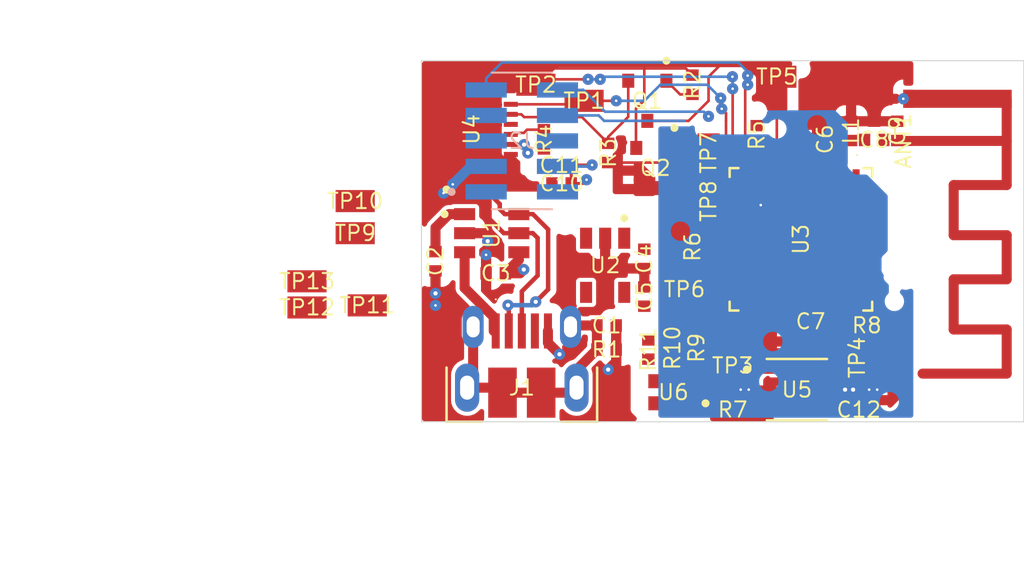
<source format=kicad_pcb>
(kicad_pcb (version 20211014) (generator pcbnew)
  (layers (0 "F.Cu" signal) (1 "In1.Cu" signal) (2 "In2.Cu" signal) (31 "B.Cu" signal) (34 "B.Paste" user) (35 "F.Paste" user) (36 "B.SilkS" user "B.Silkscreen") (37 "F.SilkS" user "F.Silkscreen") (38 "B.Mask" user) (39 "F.Mask" user) (44 "Edge.Cuts" user))
  (net 0 "")
  (net 1 "D+")
  (net 2 "PC-TX")
  (net 3 "H-I2C_sda")
  (net 4 "PC-SET")
  (net 5 "VBUS")
  (net 6 "ESP-TX")
  (net 7 "gnd")
  (net 8 "USB-N")
  (net 9 "P5V0")
  (net 10 "P3V3")
  (net 11 "PC-RX")
  (net 12 "H-I2C_scl")
  (net 13 "SHIELD")
  (net 14 "ID")
  (net 15 "PC-RESET")
  (net 16 "ESP-RX")
  (net 17 "b")
  (net 18 "TXD_SCI")
  (net 19 "pwm1_timer")
  (net 20 "c")
  (net 21 "l_b")
  (net 22 "launch")
  (net 23 "pwm0_timer")
  (net 24 "RTS_ECI")
  (net 25 "RTS_SCI")
  (net 26 "g")
  (net 27 "LNA-IN")
  (net 28 "nRST")
  (net 29 "DTR_ECI")
  (net 30 "EN")
  (net 31 "RXD_SCI")
  (net 32 "r")
  (net 33 "proc_q1_b")
  (net 34 "DTR_SCI")
  (net 35 "pwm2_timer")
  (footprint "ble-mote:rc_landpattern" (layer "F.Cu") (at 146.6 107.4)
    (fp_text reference "TP6")
    (fp_text value "")
  )
  (footprint "ble-mote:ipc_two_pin_landpattern" (layer "F.Cu") (at 144.8 110.4 -90)
    (fp_text reference "R11")
    (fp_text value "")
  )
  (footprint "ble-mote:ipc_two_pin_landpattern" (layer "F.Cu") (at 153.6 99.92 -90)
    (fp_text reference "C6")
    (fp_text value "")
  )
  (footprint "ble-mote:ipc_two_pin_landpattern" (layer "F.Cu") (at 146 110.32 -90)
    (fp_text reference "R10")
    (fp_text value "")
  )
  (footprint "ble-mote:rc_landpattern" (layer "F.Cu") (at 130.8 108.2 180)
    (fp_text reference "TP11")
    (fp_text value "")
  )
  (footprint "ble-mote:rc_landpattern" (layer "F.Cu") (at 141.6 98 180)
    (fp_text reference "TP1")
    (fp_text value "")
  )
  (footprint "ble-mote:ant_2GHz4_inverted_f_geom" (layer "F.Cu") (at 157.5 100 -90)
    (fp_text reference "ANT1")
    (fp_text value "")
  )
  (footprint "ble-mote:ipc_two_pin_landpattern" (layer "F.Cu") (at 157.2 99.5 -90)
    (fp_text reference "C9")
    (fp_text value "")
  )
  (footprint "ble-mote:SOT95P280X100_3N" (layer "F.Cu") (at 145.15 101.35 180)
    (fp_text reference "Q2")
    (fp_text value "")
  )
  (footprint "ble-mote:SOT95P280X145_6N" (layer "F.Cu") (at 137 104.6 -90)
    (fp_text reference "U1")
    (fp_text value "")
  )
  (footprint "ble-mote:ipc_two_pin_landpattern" (layer "F.Cu") (at 142.72 110.4)
    (fp_text reference "R1")
    (fp_text value "")
  )
  (footprint "ble-mote:ipc_two_pin_landpattern" (layer "F.Cu") (at 149 113.4 180)
    (fp_text reference "R7")
    (fp_text value "")
  )
  (footprint "ble-mote:ipc_two_pin_landpattern" (layer "F.Cu") (at 140.48 101.2 180)
    (fp_text reference "C11")
    (fp_text value "")
  )
  (footprint "ble-mote:rc_landpattern" (layer "F.Cu") (at 147.8 100.6 90)
    (fp_text reference "TP7")
    (fp_text value "")
  )
  (footprint "ble-mote:ipc_two_pin_landpattern" (layer "F.Cu") (at 144.6 107.76 -90)
    (fp_text reference "C5")
    (fp_text value "")
  )
  (footprint "ble-mote:pqfn50p700x700x104_49n" (layer "F.Cu") (at 152.4 104.905 -90)
    (fp_text reference "U3")
    (fp_text value "")
  )
  (footprint "ble-mote:rc_landpattern" (layer "F.Cu") (at 130.2 104.6)
    (fp_text reference "TP9")
    (fp_text value "")
  )
  (footprint "ble-mote:rc_landpattern" (layer "F.Cu") (at 130.2 103 180)
    (fp_text reference "TP10")
    (fp_text value "")
  )
  (footprint "ble-mote:ipc_two_pin_landpattern" (layer "F.Cu") (at 137.2 106.6 180)
    (fp_text reference "C3")
    (fp_text value "")
  )
  (footprint "ble-mote:rgb_2020" (layer "F.Cu") (at 146.05 112.53 180)
    (fp_text reference "U6")
    (fp_text value "")
  )
  (footprint "ble-mote:rc_landpattern" (layer "F.Cu") (at 139.2 97.2 180)
    (fp_text reference "TP2")
    (fp_text value "")
  )
  (footprint "ble-mote:rc_landpattern" (layer "F.Cu") (at 147.8 103 90)
    (fp_text reference "TP8")
    (fp_text value "")
  )
  (footprint "ble-mote:ipc_two_pin_landpattern" (layer "F.Cu") (at 155.68 109.2)
    (fp_text reference "R8")
    (fp_text value "")
  )
  (footprint "ble-mote:ipc_two_pin_landpattern" (layer "F.Cu") (at 155.28 113.4 180)
    (fp_text reference "C12")
    (fp_text value "")
  )
  (footprint "ble-mote:ipc_two_pin_landpattern" (layer "F.Cu") (at 154.9 99.5 -90)
    (fp_text reference "L1")
    (fp_text value "")
  )
  (footprint "ble-mote:rc_landpattern" (layer "F.Cu") (at 127.8 107)
    (fp_text reference "TP13")
    (fp_text value "")
  )
  (footprint "ble-mote:ipc_two_pin_landpattern" (layer "F.Cu") (at 147 97.2 -90)
    (fp_text reference "R2")
    (fp_text value "")
  )
  (footprint "ble-mote:rc_landpattern" (layer "F.Cu") (at 151.2 96.8)
    (fp_text reference "TP5")
    (fp_text value "")
  )
  (footprint "ble-mote:dummy0" (layer "F.Cu") (at 160.2 97.9)
    (fp_text reference "")
    (fp_text value "")
  )
  (footprint "ble-mote:ipc_two_pin_landpattern" (layer "F.Cu") (at 147 105.28 90)
    (fp_text reference "R6")
    (fp_text value "")
  )
  (footprint "ble-mote:ipc_two_pin_landpattern" (layer "F.Cu") (at 150.2 99.72 -90)
    (fp_text reference "R5")
    (fp_text value "")
  )
  (footprint "ble-mote:amphenol_10103594_0001lf" (layer "F.Cu") (at 138.5 112.3)
    (fp_text reference "J1")
    (fp_text value "")
  )
  (footprint "ble-mote:ipc_two_pin_landpattern" (layer "F.Cu") (at 139.6 99.92 -90)
    (fp_text reference "R4")
    (fp_text value "")
  )
  (footprint "ble-mote:ipc_two_pin_landpattern" (layer "F.Cu") (at 152.88 109 180)
    (fp_text reference "C7")
    (fp_text value "")
  )
  (footprint "ble-mote:qfn_landpattern" (layer "F.Cu") (at 136 99.425 90)
    (fp_text reference "U4")
    (fp_text value "")
  )
  (footprint "ble-mote:SOT95P280X145_5N" (layer "F.Cu") (at 142.65 106.2 180)
    (fp_text reference "U2")
    (fp_text value "")
  )
  (footprint "ble-mote:ipc_two_pin_landpattern" (layer "F.Cu") (at 144.6 105.88 90)
    (fp_text reference "C4")
    (fp_text value "")
  )
  (footprint "ble-mote:ipc_two_pin_landpattern" (layer "F.Cu") (at 156.05 99.95)
    (fp_text reference "C8")
    (fp_text value "")
  )
  (footprint "ble-mote:SOT95P280X100_3N" (layer "F.Cu") (at 144.75 98 180)
    (fp_text reference "Q1")
    (fp_text value "")
  )
  (footprint "ble-mote:ipc_two_pin_landpattern" (layer "F.Cu") (at 147.2 110.32 -90)
    (fp_text reference "R9")
    (fp_text value "")
  )
  (footprint "ble-mote:rc_landpattern" (layer "F.Cu") (at 149 111.2 180)
    (fp_text reference "TP3")
    (fp_text value "")
  )
  (footprint "ble-mote:ipc_two_pin_landpattern" (layer "F.Cu") (at 134.2 106 -90)
    (fp_text reference "C2")
    (fp_text value "")
  )
  (footprint "ble-mote:son100p300x300x80_7n" (layer "F.Cu") (at 152.2 112.4)
    (fp_text reference "U5")
    (fp_text value "")
  )
  (footprint "ble-mote:rc_landpattern" (layer "F.Cu") (at 127.8 108.3032)
    (fp_text reference "TP12")
    (fp_text value "")
  )
  (footprint "ble-mote:ipc_two_pin_landpattern" (layer "F.Cu") (at 142.8 100.6 -90)
    (fp_text reference "R3")
    (fp_text value "")
  )
  (footprint "ble-mote:ipc_two_pin_landpattern" (layer "F.Cu") (at 140.48 102.12 180)
    (fp_text reference "C10")
    (fp_text value "")
  )
  (footprint "ble-mote:rc_landpattern" (layer "F.Cu") (at 155.2 110.8 90)
    (fp_text reference "TP4")
    (fp_text value "")
  )
  (footprint "ble-mote:ipc_two_pin_landpattern" (layer "F.Cu") (at 142.72 109.2)
    (fp_text reference "C1")
    (fp_text value "")
  )
  (footprint "ble-mote:amphenol_minitek127_pkg" (layer "B.Cu") (at 138.5 100 180)
    (fp_text reference "J2")
    (fp_text value "")
  )
  (gr_line locked (start 133.5 114) (end 163.5 114) (layer "Edge.Cuts") (width 0.05))
  (gr_line locked (start 163.5 114) (end 163.5 96) (layer "Edge.Cuts") (width 0.05))
  (gr_line locked (start 163.5 96) (end 133.5 96) (layer "Edge.Cuts") (width 0.05))
  (gr_line locked (start 133.5 96) (end 133.5 114) (layer "Edge.Cuts") (width 0.05))
  (segment (start 139.048022 104.6) (end 138.35 104.6) (width 0.224) (layer "F.Cu") (net 1))
  (segment (start 138.35 104.6) (end 137.601 104.6) (width 0.224) (layer "F.Cu") (net 1))
  (segment (start 138.5 107.5) (end 139.286511 106.713489) (width 0.224) (layer "F.Cu") (net 1))
  (segment (start 139.286511 104.838489) (end 139.048022 104.6) (width 0.224) (layer "F.Cu") (net 1))
  (segment (start 136.586511 103.585511) (end 136.586511 103.074554) (width 0.224) (layer "F.Cu") (net 1))
  (segment (start 135.76348 102.16348) (end 135.75 102.15) (width 0.224) (layer "F.Cu") (net 1))
  (segment (start 136.586511 103.074554) (end 135.76348 102.251523) (width 0.224) (layer "F.Cu") (net 1))
  (segment (start 135.75 101.375) (end 135.75 102.15) (width 0.15) (layer "F.Cu") (net 1))
  (segment (start 135.76348 102.251523) (end 135.76348 102.16348) (width 0.224) (layer "F.Cu") (net 1))
  (segment (start 138.5 109.475) (end 138.5 107.5) (width 0.224) (layer "F.Cu") (net 1))
  (segment (start 139.286511 106.713489) (end 139.286511 104.838489) (width 0.224) (layer "F.Cu") (net 1))
  (segment (start 137.601 104.6) (end 136.586511 103.585511) (width 0.224) (layer "F.Cu") (net 1))
  (via (at 147.797449 98.775764) (size 0.5588) (drill 0.13) (layers "F.Cu" "B.Cu") (net 2))
  (segment (start 147.565596 98.543911) (end 147.797449 98.775764) (width 0.13) (layer "B.Cu") (net 2))
  (segment (start 141.550702 97.449298) (end 142.645315 98.543911) (width 0.13) (layer "B.Cu") (net 2))
  (segment (start 141.54 97.46) (end 141.550702 97.449298) (width 0.13) (layer "B.Cu") (net 2))
  (segment (start 140.275 97.46) (end 141.54 97.46) (width 0.13) (layer "B.Cu") (net 2))
  (segment (start 147.543911 98.543911) (end 147.565596 98.543911) (width 0.13) (layer "B.Cu") (net 2))
  (segment (start 142.645315 98.543911) (end 147.543911 98.543911) (width 0.13) (layer "B.Cu") (net 2))
  (segment (start 149.8 110.4) (end 153.8 110.4) (width 0.13) (layer "F.Cu") (net 3))
  (segment (start 149 111.2) (end 149.8 110.4) (width 0.13) (layer "F.Cu") (net 3))
  (segment (start 153.8 110.4) (end 154.2 110) (width 0.13) (layer "F.Cu") (net 3))
  (segment (start 150.765 111.4) (end 149.2 111.4) (width 0.13) (layer "F.Cu") (net 3))
  (segment (start 154.2 110) (end 154.2 109.4) (width 0.13) (layer "F.Cu") (net 3))
  (segment (start 149.2 111.4) (end 149 111.2) (width 0.13) (layer "F.Cu") (net 3))
  (segment (start 150.65 100.65) (end 150.65 101.64) (width 0.13) (layer "F.Cu") (net 4))
  (segment (start 150.2 100.2) (end 150.65 100.65) (width 0.13) (layer "F.Cu") (net 4))
  (segment (start 149.746098 96.7439) (end 149.746098 97.2) (width 0.13) (layer "F.Cu") (net 4))
  (segment (start 149.625489 99.825489) (end 150 100.2) (width 0.13) (layer "F.Cu") (net 4))
  (segment (start 149.746098 97.2) (end 149.625489 97.320609) (width 0.13) (layer "F.Cu") (net 4))
  (segment (start 149.625489 97.320609) (end 149.625489 99.825489) (width 0.13) (layer "F.Cu") (net 4))
  (segment (start 150 100.2) (end 150.2 100.2) (width 0.13) (layer "F.Cu") (net 4))
  (via (at 149.746098 96.7439) (size 0.5588) (drill 0.13) (layers "F.Cu" "B.Cu") (net 4))
  (via (at 149.746098 97.2) (size 0.5588) (drill 0.13) (layers "F.Cu" "B.Cu") (net 4))
  (segment (start 136.725 97.46) (end 136.725 96.875) (width 0.13) (layer "B.Cu") (net 4))
  (segment (start 149.746098 96.546098) (end 149.746098 96.7439) (width 0.13) (layer "B.Cu") (net 4))
  (segment (start 136.725 96.875) (end 137.51048 96.08952) (width 0.13) (layer "B.Cu") (net 4))
  (segment (start 137.8 96.08952) (end 149.28952 96.08952) (width 0.13) (layer "B.Cu") (net 4))
  (segment (start 137.51048 96.08952) (end 137.8 96.08952) (width 0.13) (layer "B.Cu") (net 4))
  (segment (start 149.28952 96.08952) (end 149.746098 96.546098) (width 0.13) (layer "B.Cu") (net 4))
  (segment (start 137.100489 108.778584) (end 137.100489 109.475) (width 0.5) (layer "F.Cu") (net 5))
  (segment (start 134.2 104.325978) (end 134.2 105.52) (width 0.5) (layer "F.Cu") (net 5))
  (segment (start 134.875978 103.65) (end 134.2 104.325978) (width 0.5) (layer "F.Cu") (net 5))
  (segment (start 135.65 105.55) (end 135.65 107.328095) (width 0.5) (layer "F.Cu") (net 5))
  (segment (start 135.65 107.328095) (end 137.100489 108.778584) (width 0.5) (layer "F.Cu") (net 5))
  (segment (start 135.65 103.65) (end 134.875978 103.65) (width 0.5) (layer "F.Cu") (net 5))
  (segment (start 137.95 98.175) (end 141.425 98.175) (width 0.13) (layer "F.Cu") (net 6))
  (segment (start 141.6 98) (end 143.2 98) (width 0.13) (layer "F.Cu") (net 6))
  (segment (start 141.425 98.175) (end 141.6 98) (width 0.13) (layer "F.Cu") (net 6))
  (segment (start 148.67048 100.136492) (end 149.266994 100.733006) (width 0.13) (layer "F.Cu") (net 6))
  (segment (start 148.403504 98.347404) (end 148.4561 98.4) (width 0.13) (layer "F.Cu") (net 6))
  (segment (start 148.67048 99) (end 148.67048 100.136492) (width 0.13) (layer "F.Cu") (net 6))
  (segment (start 148.4561 98.4) (end 148.67048 98.61438) (width 0.13) (layer "F.Cu") (net 6))
  (segment (start 148.67048 98.61438) (end 148.67048 99) (width 0.13) (layer "F.Cu") (net 6))
  (segment (start 148.403504 97.868204) (end 148.403504 98.347404) (width 0.13) (layer "F.Cu") (net 6))
  (via (at 148.403504 97.868204) (size 0.5588) (drill 0.13) (layers "F.Cu" "B.Cu") (net 6))
  (via (at 148.4561 98.4) (size 0.5588) (drill 0.13) (layers "F.Cu" "B.Cu") (net 6))
  (via (at 143.2 98) (size 0.5588) (drill 0.13) (layers "F.Cu" "B.Cu") (net 6))
  (segment (start 143.2 98) (end 144.6 98) (width 0.13) (layer "B.Cu") (net 6))
  (segment (start 147.7353 97.2) (end 148.403504 97.868204) (width 0.13) (layer "B.Cu") (net 6))
  (segment (start 144.6 98) (end 145.4 97.2) (width 0.13) (layer "B.Cu") (net 6))
  (segment (start 145.4 97.2) (end 147.7353 97.2) (width 0.13) (layer "B.Cu") (net 6))
  (segment (start 140.96 102.12) (end 141.537195 102.12) (width 0.15) (layer "F.Cu") (net 7))
  (segment (start 135.25 101.375) (end 135.25 101.976323) (width 0.13) (layer "F.Cu") (net 7))
  (segment (start 143.2 109.2) (end 143.2 110.4) (width 0.5) (layer "F.Cu") (net 7))
  (segment (start 136.72 105.08) (end 136.8 105) (width 0.13) (layer "F.Cu") (net 7))
  (segment (start 150.765 112.4) (end 149.8 112.4) (width 0.13) (layer "F.Cu") (net 7))
  (segment (start 135.65 104.6) (end 136.4 104.6) (width 0.13) (layer "F.Cu") (net 7))
  (segment (start 136.72 106.6) (end 136.72 105.68) (width 0.13) (layer "F.Cu") (net 7))
  (segment (start 134.2 107.6) (end 134.2 108.2) (width 0.13) (layer "F.Cu") (net 7))
  (segment (start 155.76 113.4) (end 155.76 112.44) (width 0.13) (layer "F.Cu") (net 7))
  (segment (start 155.76 112.44) (end 155.8 112.4) (width 0.13) (layer "F.Cu") (net 7))
  (segment (start 139.8 109.475) (end 139.8 110.059276) (width 0.5) (layer "F.Cu") (net 7))
  (segment (start 140.96 102.12) (end 140.96 101.2) (width 0.15) (layer "F.Cu") (net 7))
  (segment (start 139.8 110.059276) (end 140.376602 110.635878) (width 0.5) (layer "F.Cu") (net 7))
  (segment (start 149.8 112.4) (end 149.4 112.4) (width 0.13) (layer "F.Cu") (net 7))
  (segment (start 141.537195 102.12) (end 141.722561 101.934634) (width 0.15) (layer "F.Cu") (net 7))
  (segment (start 134.2 106.48) (end 134.2 107.6) (width 0.13) (layer "F.Cu") (net 7))
  (segment (start 136.72 105.68) (end 136.72 105.08) (width 0.13) (layer "F.Cu") (net 7))
  (segment (start 143.2 110.4) (end 143.2 111) (width 0.5) (layer "F.Cu") (net 7))
  (segment (start 155.8 112.4) (end 156.2 112.4) (width 0.13) (layer "F.Cu") (net 7))
  (segment (start 143.2 111) (end 142.8 111.4) (width 0.5) (layer "F.Cu") (net 7))
  (segment (start 136.4 104.6) (end 136.8 105) (width 0.13) (layer "F.Cu") (net 7))
  (segment (start 140.96 101.2) (end 142 101.2) (width 0.15) (layer "F.Cu") (net 7))
  (segment (start 135.25 101.976323) (end 135.059309 102.167014) (width 0.13) (layer "F.Cu") (net 7))
  (via (at 140.376602 110.635878) (size 0.5588) (drill 0.21) (layers "F.Cu" "B.Cu") (net 7))
  (via (at 136.72 105.68) (size 0.5588) (drill 0.13) (layers "F.Cu" "B.Cu") (net 7))
  (via (at 142.8 111.4) (size 0.5588) (drill 0.21) (layers "F.Cu" "B.Cu") (net 7))
  (via locked (at 157.5 97.9) (size 0.5588) (drill 0.13) (layers "F.Cu" "B.Cu") (net 7))
  (via (at 134.2 108.2) (size 0.5588) (drill 0.13) (layers "F.Cu" "B.Cu") (net 7))
  (via (at 150.4 103.2) (size 0.5588) (drill 0.13) (layers "F.Cu" "B.Cu") (net 7))
  (via (at 135.059309 102.167014) (size 0.5588) (drill 0.13) (layers "F.Cu" "B.Cu") (net 7))
  (via (at 156.2 112.4) (size 0.5588) (drill 0.13) (layers "F.Cu" "B.Cu") (net 7))
  (via (at 134.6 102.6) (size 0.5588) (drill 0.13) (layers "F.Cu" "B.Cu") (net 7))
  (via (at 141.722561 101.934634) (size 0.5588) (drill 0.13) (layers "F.Cu" "B.Cu") (net 7))
  (via (at 149.8 112.4) (size 0.5588) (drill 0.13) (layers "F.Cu" "B.Cu") (net 7))
  (via (at 142 101.2) (size 0.5588) (drill 0.13) (layers "F.Cu" "B.Cu") (net 7))
  (via (at 149.4 112.4) (size 0.5588) (drill 0.13) (layers "F.Cu" "B.Cu") (net 7))
  (via (at 136.8 105) (size 0.5588) (drill 0.21) (layers "F.Cu" "B.Cu") (net 7))
  (via (at 155.8 112.4) (size 0.5588) (drill 0.13) (layers "F.Cu" "B.Cu") (net 7))
  (via (at 134.2 107.6) (size 0.5588) (drill 0.21) (layers "F.Cu" "B.Cu") (net 7))
  (segment (start 140.275 101.27) (end 141.93 101.27) (width 0.15) (layer "B.Cu") (net 7))
  (segment (start 135.032986 102.167014) (end 134.6 102.6) (width 0.13) (layer "B.Cu") (net 7))
  (segment (start 135.059309 102.167014) (end 135.956323 101.27) (width 0.5) (layer "B.Cu") (net 7))
  (segment (start 135.956323 101.27) (end 136.725 101.27) (width 0.5) (layer "B.Cu") (net 7))
  (segment (start 141.93 101.27) (end 142 101.2) (width 0.15) (layer "B.Cu") (net 7))
  (segment (start 135.059309 102.167014) (end 135.032986 102.167014) (width 0.13) (layer "B.Cu") (net 7))
  (segment (start 137.65 103.65) (end 137.4 103.4) (width 0.224) (layer "F.Cu") (net 8))
  (segment (start 138.35 103.65) (end 137.65 103.65) (width 0.224) (layer "F.Cu") (net 8))
  (segment (start 139.810031 104.412009) (end 139.048022 103.65) (width 0.224) (layer "F.Cu") (net 8))
  (segment (start 139.048022 103.65) (end 138.35 103.65) (width 0.224) (layer "F.Cu") (net 8))
  (segment (start 137.85 109.475) (end 137.85 108.231311) (width 0.224) (layer "F.Cu") (net 8))
  (segment (start 137.4 103.4) (end 137.4 103.147673) (width 0.224) (layer "F.Cu") (net 8))
  (segment (start 139.1909 108.021098) (end 139.810031 107.401967) (width 0.224) (layer "F.Cu") (net 8))
  (segment (start 136.25 101.375) (end 136.25 102.05) (width 0.15) (layer "F.Cu") (net 8))
  (segment (start 137.4 103.147673) (end 136.276163 102.023836) (width 0.224) (layer "F.Cu") (net 8))
  (segment (start 137.85 108.231311) (end 137.8091 108.190411) (width 0.224) (layer "F.Cu") (net 8))
  (segment (start 139.810031 107.401967) (end 139.810031 104.412009) (width 0.224) (layer "F.Cu") (net 8))
  (via (at 139.1909 108.021098) (size 0.5588) (drill 0.21) (layers "F.Cu" "B.Cu") (net 8))
  (via (at 137.8091 108.190411) (size 0.5588) (drill 0.21) (layers "F.Cu" "B.Cu") (net 8))
  (segment (start 137.8091 108.190411) (end 139.021587 108.190411) (width 0.224) (layer "B.Cu") (net 8))
  (segment (start 139.021587 108.190411) (end 139.1909 108.021098) (width 0.224) (layer "B.Cu") (net 8))
  (segment (start 138.611665 100.411665) (end 138.8 100.6) (width 0.15) (layer "F.Cu") (net 9))
  (segment (start 138.611665 100.186391) (end 138.611665 100.411665) (width 0.15) (layer "F.Cu") (net 9))
  (segment (start 138.35 105.93) (end 137.68 106.6) (width 0.5) (layer "F.Cu") (net 9))
  (segment (start 138.35 105.55) (end 138.35 105.93) (width 0.5) (layer "F.Cu") (net 9))
  (segment (start 137.95 100.175) (end 138.600274 100.175) (width 0.15) (layer "F.Cu") (net 9))
  (segment (start 138.40707 106.6) (end 138.595611 106.411459) (width 0.5) (layer "F.Cu") (net 9))
  (segment (start 137.68 106.6) (end 138.40707 106.6) (width 0.5) (layer "F.Cu") (net 9))
  (segment (start 138.600274 100.175) (end 138.611665 100.186391) (width 0.15) (layer "F.Cu") (net 9))
  (via (at 138.611665 100.186391) (size 0.5588) (drill 0.21) (layers "F.Cu" "B.Cu") (net 9))
  (via (at 138.8 100.6) (size 0.5588) (drill 0.21) (layers "F.Cu" "B.Cu") (net 9))
  (via (at 138.595611 106.411459) (size 0.5588) (drill 0.21) (layers "F.Cu" "B.Cu") (net 9))
  (segment (start 154.8 112.6) (end 155 112.4) (width 0.5) (layer "F.Cu") (net 10))
  (segment (start 154.6 112.4) (end 155 112.4) (width 0.5) (layer "F.Cu") (net 10))
  (segment (start 154.8 113.4) (end 154.8 112.6) (width 0.5) (layer "F.Cu") (net 10))
  (segment (start 153.635 112.4) (end 154.6 112.4) (width 0.5) (layer "F.Cu") (net 10))
  (via (at 155 112.4) (size 0.5588) (drill 0.21) (layers "F.Cu" "B.Cu") (net 10))
  (via (at 154.6 112.4) (size 0.5588) (drill 0.21) (layers "F.Cu" "B.Cu") (net 10))
  (segment (start 140.275 98.73) (end 142.33 98.73) (width 0.13) (layer "B.Cu") (net 11))
  (segment (start 142.6 99) (end 146.6 99) (width 0.13) (layer "B.Cu") (net 11))
  (segment (start 142.33 98.73) (end 142.4 98.8) (width 0.13) (layer "B.Cu") (net 11))
  (segment (start 142.4 98.8) (end 142.6 99) (width 0.13) (layer "B.Cu") (net 11))
  (segment (start 153.635 111.4) (end 154.6 111.4) (width 0.13) (layer "F.Cu") (net 12))
  (segment (start 155.2 109.2) (end 155.2 108.22) (width 0.13) (layer "F.Cu") (net 12))
  (segment (start 154.6 111.4) (end 155.2 110.8) (width 0.13) (layer "F.Cu") (net 12))
  (segment (start 155.2 110.8) (end 155.2 109.2) (width 0.13) (layer "F.Cu") (net 12))
  (segment (start 155.2 108.22) (end 155.15 108.17) (width 0.13) (layer "F.Cu") (net 12))
  (segment (start 142.24 109.2) (end 140.995 109.2) (width 0.5) (layer "F.Cu") (net 13))
  (segment (start 136.075 109.27) (end 136.075 112) (width 0.5) (layer "F.Cu") (net 13))
  (segment (start 135.775 112.3) (end 137.2875 112.3) (width 0.5) (layer "F.Cu") (net 13))
  (segment (start 140.975 112.55) (end 141.225 112.3) (width 0.5) (layer "F.Cu") (net 13))
  (segment (start 141.225 111.415) (end 142.24 110.4) (width 0.5) (layer "F.Cu") (net 13))
  (segment (start 136.075 112) (end 135.775 112.3) (width 0.5) (layer "F.Cu") (net 13))
  (segment (start 137.5375 112.55) (end 139.4625 112.55) (width 0.5) (layer "F.Cu") (net 13))
  (segment (start 137.2875 112.3) (end 137.5375 112.55) (width 0.5) (layer "F.Cu") (net 13))
  (segment (start 139.4625 112.55) (end 140.975 112.55) (width 0.5) (layer "F.Cu") (net 13))
  (segment (start 140.995 109.2) (end 140.925 109.27) (width 0.5) (layer "F.Cu") (net 13))
  (segment (start 142.24 110.4) (end 142.24 109.2) (width 0.5) (layer "F.Cu") (net 13))
  (segment (start 141.225 112.3) (end 141.225 111.415) (width 0.5) (layer "F.Cu") (net 13))
  (segment (start 137.25 97.475) (end 138.925 97.475) (width 0.13) (layer "F.Cu") (net 16))
  (segment (start 149 100) (end 149.8 100.8) (width 0.13) (layer "F.Cu") (net 16))
  (segment (start 139.2 97.2) (end 139.470611 96.929389) (width 0.13) (layer "F.Cu") (net 16))
  (segment (start 139.470611 96.929389) (end 141.8 96.929389) (width 0.13) (layer "F.Cu") (net 16))
  (segment (start 138.925 97.475) (end 139.2 97.2) (width 0.13) (layer "F.Cu") (net 16))
  (segment (start 149 97.4) (end 149 100) (width 0.13) (layer "F.Cu") (net 16))
  (via (at 149 97.4) (size 0.5588) (drill 0.13) (layers "F.Cu" "B.Cu") (net 16))
  (via (at 142.4 96.929389) (size 0.5588) (drill 0.13) (layers "F.Cu" "B.Cu") (net 16))
  (via (at 148.98993 96.800757) (size 0.5588) (drill 0.13) (layers "F.Cu" "B.Cu") (net 16))
  (via (at 141.8 96.929389) (size 0.5588) (drill 0.13) (layers "F.Cu" "B.Cu") (net 16))
  (segment (start 142.4 96.929389) (end 142.528632 96.800757) (width 0.13) (layer "B.Cu") (net 16))
  (segment (start 142.4 96.929389) (end 141.8 96.929389) (width 0.13) (layer "B.Cu") (net 16))
  (segment (start 149 97.4) (end 149 96.810827) (width 0.13) (layer "B.Cu") (net 16))
  (segment (start 142.528632 96.800757) (end 148.98993 96.800757) (width 0.13) (layer "B.Cu") (net 16))
  (segment (start 149 96.810827) (end 148.98993 96.800757) (width 0.13) (layer "B.Cu") (net 16))
  (segment (start 145.7 97) (end 146.38 97.68) (width 0.13) (layer "F.Cu") (net 17))
  (segment (start 146.38 97.68) (end 147 97.68) (width 0.13) (layer "F.Cu") (net 17))
  (segment locked (start 157.5 100) (end 162.65 100) (width 0.5) (layer "F.Cu") (net 22))
  (segment locked (start 162.65 109.4) (end 162.65 111.6) (width 0.5) (layer "F.Cu") (net 22))
  (segment locked (start 162.65 97.9) (end 162.65 102.2) (width 0.5) (layer "F.Cu") (net 22))
  (segment locked (start 162.65 111.6) (end 158.46 111.6) (width 0.5) (layer "F.Cu") (net 22))
  (segment locked (start 162.65 104.7) (end 162.65 106.9) (width 0.5) (layer "F.Cu") (net 22))
  (segment locked (start 162.65 102.2) (end 160.01 102.2) (width 0.5) (layer "F.Cu") (net 22))
  (segment locked (start 160.01 109.4) (end 162.65 109.4) (width 0.5) (layer "F.Cu") (net 22))
  (segment locked (start 160.01 106.9) (end 160.01 109.4) (width 0.5) (layer "F.Cu") (net 22))
  (segment locked (start 160.01 104.7) (end 162.65 104.7) (width 0.5) (layer "F.Cu") (net 22))
  (segment locked (start 162.65 106.9) (end 160.01 106.9) (width 0.5) (layer "F.Cu") (net 22))
  (segment locked (start 160.01 102.2) (end 160.01 104.7) (width 0.5) (layer "F.Cu") (net 22))
  (segment (start 141.494511 98.814511) (end 142.8 100.12) (width 0.13) (layer "F.Cu") (net 24))
  (segment (start 143.8 98.8) (end 143.8 97) (width 0.13) (layer "F.Cu") (net 24))
  (segment (start 137.95 98.675) (end 138.475 98.675) (width 0.13) (layer "F.Cu") (net 24))
  (segment (start 138.614511 98.814511) (end 141.494511 98.814511) (width 0.13) (layer "F.Cu") (net 24))
  (segment (start 138.475 98.675) (end 138.614511 98.814511) (width 0.13) (layer "F.Cu") (net 24))
  (segment (start 142.8 99.8) (end 143.8 98.8) (width 0.13) (layer "F.Cu") (net 24))
  (segment (start 142.8 100.12) (end 142.8 99.8) (width 0.13) (layer "F.Cu") (net 24))
  (segment (start 138.025 99.6) (end 138.6 99.6) (width 0.13) (layer "F.Cu") (net 28))
  (segment (start 137.95 99.675) (end 138.025 99.6) (width 0.13) (layer "F.Cu") (net 28))
  (segment (start 138.6 99.6) (end 138.76 99.44) (width 0.13) (layer "F.Cu") (net 28))
  (segment (start 138.76 99.44) (end 139.6 99.44) (width 0.13) (layer "F.Cu") (net 28))
  (segment (start 136.25 96.970978) (end 136.835489 96.385489) (width 0.13) (layer "F.Cu") (net 29))
  (segment (start 144.185489 100.335489) (end 144.2 100.35) (width 0.13) (layer "F.Cu") (net 29))
  (segment (start 144.6 97.970978) (end 144.185489 98.385489) (width 0.13) (layer "F.Cu") (net 29))
  (segment (start 136.25 97.475) (end 136.25 96.970978) (width 0.13) (layer "F.Cu") (net 29))
  (segment (start 136.835489 96.385489) (end 144.585489 96.385489) (width 0.13) (layer "F.Cu") (net 29))
  (segment (start 147 96.72) (end 146.665489 96.385489) (width 0.13) (layer "F.Cu") (net 29))
  (segment (start 144.185489 98.385489) (end 144.185489 100.335489) (width 0.13) (layer "F.Cu") (net 29))
  (segment (start 146.665489 96.385489) (end 144.614511 96.385489) (width 0.13) (layer "F.Cu") (net 29))
  (segment (start 144.6 96.4) (end 144.6 97.970978) (width 0.13) (layer "F.Cu") (net 29))
  (segment (start 144.614511 96.385489) (end 144.6 96.4) (width 0.13) (layer "F.Cu") (net 29))
  (segment (start 144.585489 96.385489) (end 144.6 96.4) (width 0.13) (layer "F.Cu") (net 29))
  (segment (start 151.2 96.8) (end 151.2 101.59) (width 0.13) (layer "F.Cu") (net 30))
  (segment (start 144.75 99) (end 146.804022 99) (width 0.13) (layer "F.Cu") (net 30))
  (segment (start 150.6 96.2) (end 151.2 96.8) (width 0.13) (layer "F.Cu") (net 30))
  (segment (start 147.8 96.8) (end 148.4 96.2) (width 0.13) (layer "F.Cu") (net 30))
  (segment (start 147.8 98.004022) (end 147.8 96.8) (width 0.13) (layer "F.Cu") (net 30))
  (segment (start 146.804022 99) (end 147.8 98.004022) (width 0.13) (layer "F.Cu") (net 30))
  (segment (start 151.2 101.59) (end 151.15 101.64) (width 0.13) (layer "F.Cu") (net 30))
  (segment (start 148.4 96.2) (end 150.6 96.2) (width 0.13) (layer "F.Cu") (net 30))
  (segment (start 146.1 100.35) (end 145.37 101.08) (width 0.13) (layer "F.Cu") (net 33))
  (segment (start 145.37 101.08) (end 142.8 101.08) (width 0.13) (layer "F.Cu") (net 33))
  (zone locked (net 7) (net_name "gnd") (layer "F.Cu") (name "top layer ground plane") (connect_pads (clearance 0)) (min_thickness 0.254) (fill yes (thermal_gap 0.508) (thermal_bridge_width 0.508))
    (polygon (pts (xy 158 99.3) (xy 153.9 99.3) (xy 153.9 103.2) (xy 155.9 103.2) (xy 155.9 101.4) (xy 158 101.4) (xy 158 114.7) (xy 133.3 114.7) (xy 133.3 95.4) (xy 158 95.4)))
  )
  (zone locked (net 0) (net_name "") (layer "F.Cu") (connect_pads (clearance 0)) (min_thickness 0.03)
    (keepout (tracks not_allowed) (vias allowed) (pads allowed) (copperpour not_allowed) (footprints allowed))
    (fill (thermal_gap 0.03) (thermal_bridge_width 0.035))
    (polygon (pts (xy 158 96) (xy 158 114) (xy 163.5 114) (xy 163.5 96)))
  )
  (zone locked (net 10) (net_name "P3V3") (layer "B.Cu") (name "3V power zone") (priority 1) (connect_pads (clearance 0.2)) (min_thickness 0.254) (fill yes (thermal_gap 0.508) (thermal_bridge_width 0.508))
    (polygon (pts (xy 158 114.7) (xy 145.3 114.7) (xy 145.3 94.6) (xy 158 94.6)))
  )
)
</source>
